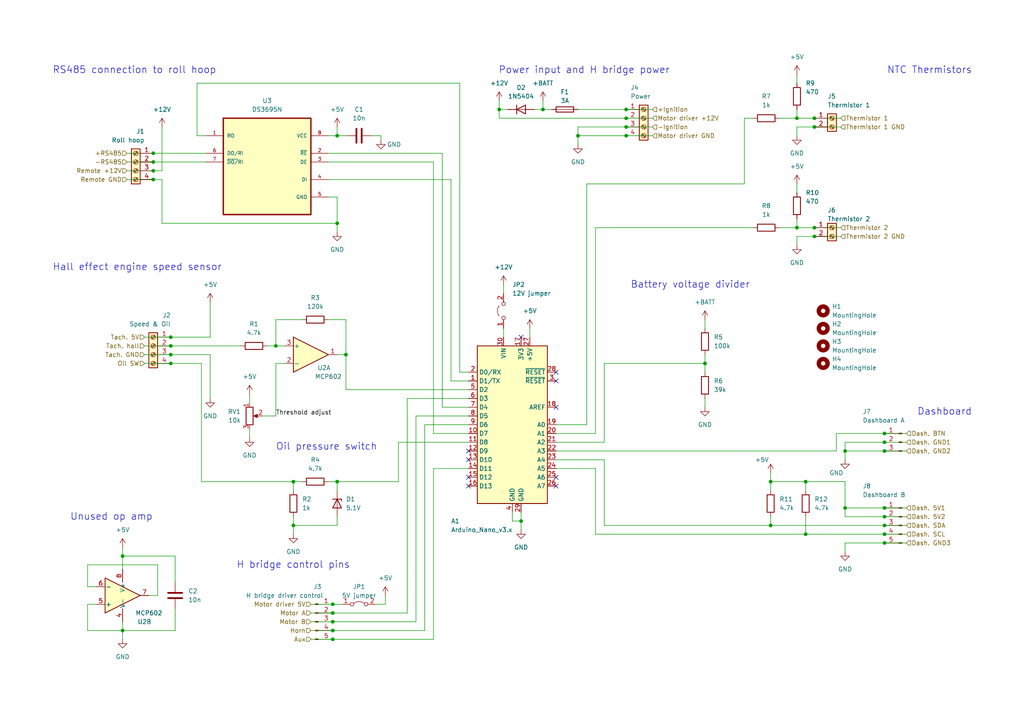
<source format=kicad_sch>
(kicad_sch (version 20230121) (generator eeschema)
  (paper "A4")
  (title_block (title " Tractor Engine Watchdog - Main PCB") (date "2023-12-28") (rev "1") (company "Jotham Gates") (comment 1 "https://github.com/jgOhYeah/TractorWatchdog") (comment 3 "should connect +VDC to the chassis and -VDC to the battery through the ignition switch.") (comment 4 "Note that the ground symbol represents 0V in this schematic. Positive earthed vehicles"))
  (lib_symbols
    (symbol "Amplifier_Operational:MCP602" (pin_names (offset 0.127))
      (property "Reference" "U" (at 0 5.08 0))
      (property "Value" "MCP602" (at 0 -5.08 0))
      (symbol "MCP602_1_1"
        (polyline (pts (xy -5.08 5.08) (xy 5.08 0) (xy -5.08 -5.08) (xy -5.08 5.08)) (stroke (width 0.254)) (fill (type background)))
        (pin output line (at 7.62 0 180) (length 2.54) (name "~") (number "1"))
        (pin input line (at -7.62 -2.54 0) (length 2.54) (name "-") (number "2"))
        (pin input line (at -7.62 2.54 0) (length 2.54) (name "+") (number "3"))
      )
      (symbol "MCP602_2_1"
        (polyline (pts (xy -5.08 5.08) (xy 5.08 0) (xy -5.08 -5.08) (xy -5.08 5.08)) (stroke (width 0.254)) (fill (type background)))
        (pin input line (at -7.62 2.54 0) (length 2.54) (name "+") (number "5"))
        (pin input line (at -7.62 -2.54 0) (length 2.54) (name "-") (number "6"))
        (pin output line (at 7.62 0 180) (length 2.54) (name "~") (number "7"))
      )
      (symbol "MCP602_3_1"
        (pin power_in line (at -2.54 -7.62 90) (length 3.81) (name "V-") (number "4"))
        (pin power_in line (at -2.54 7.62 270) (length 3.81) (name "V+") (number "8"))
      )
    )
    (symbol "Connector:Conn_01x03_Pin" (pin_names (offset 1.016) hide)
      (property "Reference" "J" (at 0 5.08 0))
      (property "Value" "Conn_01x03_Pin" (at 0 -5.08 0))
      (symbol "Conn_01x03_Pin_1_1"
        (polyline (pts (xy 1.27 -2.54) (xy 0.8636 -2.54)) (stroke (width 0.1524)))
        (polyline (pts (xy 1.27 0) (xy 0.8636 0)) (stroke (width 0.1524)))
        (polyline (pts (xy 1.27 2.54) (xy 0.8636 2.54)) (stroke (width 0.1524)))
        (rectangle (start 0.8636 -2.413) (end 0 -2.667) (stroke (width 0.1524)) (fill (type outline)))
        (rectangle (start 0.8636 0.127) (end 0 -0.127) (stroke (width 0.1524)) (fill (type outline)))
        (rectangle (start 0.8636 2.667) (end 0 2.413) (stroke (width 0.1524)) (fill (type outline)))
        (pin passive line (at 5.08 2.54 180) (length 3.81) (name "Pin_1") (number "1"))
        (pin passive line (at 5.08 0 180) (length 3.81) (name "Pin_2") (number "2"))
        (pin passive line (at 5.08 -2.54 180) (length 3.81) (name "Pin_3") (number "3"))
      )
    )
    (symbol "Connector:Conn_01x05_Pin" (pin_names (offset 1.016) hide)
      (property "Reference" "J" (at 0 7.62 0))
      (property "Value" "Conn_01x05_Pin" (at 0 -7.62 0))
      (symbol "Conn_01x05_Pin_1_1"
        (polyline (pts (xy 1.27 -5.08) (xy 0.8636 -5.08)) (stroke (width 0.1524)))
        (polyline (pts (xy 1.27 -2.54) (xy 0.8636 -2.54)) (stroke (width 0.1524)))
        (polyline (pts (xy 1.27 0) (xy 0.8636 0)) (stroke (width 0.1524)))
        (polyline (pts (xy 1.27 2.54) (xy 0.8636 2.54)) (stroke (width 0.1524)))
        (polyline (pts (xy 1.27 5.08) (xy 0.8636 5.08)) (stroke (width 0.1524)))
        (rectangle (start 0.8636 -4.953) (end 0 -5.207) (stroke (width 0.1524)) (fill (type outline)))
        (rectangle (start 0.8636 -2.413) (end 0 -2.667) (stroke (width 0.1524)) (fill (type outline)))
        (rectangle (start 0.8636 0.127) (end 0 -0.127) (stroke (width 0.1524)) (fill (type outline)))
        (rectangle (start 0.8636 2.667) (end 0 2.413) (stroke (width 0.1524)) (fill (type outline)))
        (rectangle (start 0.8636 5.207) (end 0 4.953) (stroke (width 0.1524)) (fill (type outline)))
        (pin passive line (at 5.08 5.08 180) (length 3.81) (name "Pin_1") (number "1"))
        (pin passive line (at 5.08 2.54 180) (length 3.81) (name "Pin_2") (number "2"))
        (pin passive line (at 5.08 0 180) (length 3.81) (name "Pin_3") (number "3"))
        (pin passive line (at 5.08 -2.54 180) (length 3.81) (name "Pin_4") (number "4"))
        (pin passive line (at 5.08 -5.08 180) (length 3.81) (name "Pin_5") (number "5"))
      )
    )
    (symbol "Connector:Screw_Terminal_01x02" (pin_names (offset 1.016) hide)
      (property "Reference" "J" (at 0 2.54 0))
      (property "Value" "Screw_Terminal_01x02" (at 0 -5.08 0))
      (symbol "Screw_Terminal_01x02_1_1"
        (rectangle (start -1.27 1.27) (end 1.27 -3.81) (stroke (width 0.254)) (fill (type background)))
        (circle (center 0 -2.54) (radius 0.635) (stroke (width 0.1524)))
        (polyline (pts (xy -0.5334 -2.2098) (xy 0.3302 -3.048)) (stroke (width 0.1524)))
        (polyline (pts (xy -0.5334 0.3302) (xy 0.3302 -0.508)) (stroke (width 0.1524)))
        (polyline (pts (xy -0.3556 -2.032) (xy 0.508 -2.8702)) (stroke (width 0.1524)))
        (polyline (pts (xy -0.3556 0.508) (xy 0.508 -0.3302)) (stroke (width 0.1524)))
        (circle (center 0 0) (radius 0.635) (stroke (width 0.1524)))
        (pin passive line (at -5.08 0 0) (length 3.81) (name "Pin_1") (number "1"))
        (pin passive line (at -5.08 -2.54 0) (length 3.81) (name "Pin_2") (number "2"))
      )
    )
    (symbol "Connector:Screw_Terminal_01x04" (pin_names (offset 1.016) hide)
      (property "Reference" "J" (at 0 5.08 0))
      (property "Value" "Screw_Terminal_01x04" (at 0 -7.62 0))
      (symbol "Screw_Terminal_01x04_1_1"
        (rectangle (start -1.27 3.81) (end 1.27 -6.35) (stroke (width 0.254)) (fill (type background)))
        (circle (center 0 -5.08) (radius 0.635) (stroke (width 0.1524)))
        (circle (center 0 -2.54) (radius 0.635) (stroke (width 0.1524)))
        (polyline (pts (xy -0.5334 -4.7498) (xy 0.3302 -5.588)) (stroke (width 0.1524)))
        (polyline (pts (xy -0.5334 -2.2098) (xy 0.3302 -3.048)) (stroke (width 0.1524)))
        (polyline (pts (xy -0.5334 0.3302) (xy 0.3302 -0.508)) (stroke (width 0.1524)))
        (polyline (pts (xy -0.5334 2.8702) (xy 0.3302 2.032)) (stroke (width 0.1524)))
        (polyline (pts (xy -0.3556 -4.572) (xy 0.508 -5.4102)) (stroke (width 0.1524)))
        (polyline (pts (xy -0.3556 -2.032) (xy 0.508 -2.8702)) (stroke (width 0.1524)))
        (polyline (pts (xy -0.3556 0.508) (xy 0.508 -0.3302)) (stroke (width 0.1524)))
        (polyline (pts (xy -0.3556 3.048) (xy 0.508 2.2098)) (stroke (width 0.1524)))
        (circle (center 0 0) (radius 0.635) (stroke (width 0.1524)))
        (circle (center 0 2.54) (radius 0.635) (stroke (width 0.1524)))
        (pin passive line (at -5.08 2.54 0) (length 3.81) (name "Pin_1") (number "1"))
        (pin passive line (at -5.08 0 0) (length 3.81) (name "Pin_2") (number "2"))
        (pin passive line (at -5.08 -2.54 0) (length 3.81) (name "Pin_3") (number "3"))
        (pin passive line (at -5.08 -5.08 0) (length 3.81) (name "Pin_4") (number "4"))
      )
    )
    (symbol "DS3695N:DS3695N" (pin_names (offset 1.016))
      (property "Reference" "U" (at -5.08 11.5062 0))
      (property "Value" "DS3695N" (at -6.2992 -20.5994 0))
      (symbol "DS3695N_0_0"
        (rectangle (start -12.7 -17.78) (end 12.7 10.16) (stroke (width 0.4064)) (fill (type background)))
        (pin output line (at 17.78 5.08 180) (length 5.08) (name "RO") (number "1"))
        (pin input line (at -17.78 0 0) (length 5.08) (name "~{RE}") (number "2"))
        (pin input line (at -17.78 -2.54 0) (length 5.08) (name "DE") (number "3"))
        (pin input line (at -17.78 -7.62 0) (length 5.08) (name "DI") (number "4"))
        (pin passive line (at -17.78 -12.7 0) (length 5.08) (name "GND") (number "5"))
        (pin bidirectional line (at 17.78 0 180) (length 5.08) (name "DO/RI") (number "6"))
        (pin bidirectional line (at 17.78 -2.54 180) (length 5.08) (name "~{DO/}RI") (number "7"))
        (pin power_in line (at -17.78 5.08 0) (length 5.08) (name "VCC") (number "8"))
      )
    )
    (symbol "Device:C" (pin_numbers hide) (pin_names (offset 0.254))
      (property "Reference" "C" (at 0.635 2.54 0))
      (property "Value" "C" (at 0.635 -2.54 0))
      (symbol "C_0_1"
        (polyline (pts (xy -2.032 -0.762) (xy 2.032 -0.762)) (stroke (width 0.508)))
        (polyline (pts (xy -2.032 0.762) (xy 2.032 0.762)) (stroke (width 0.508)))
      )
      (symbol "C_1_1"
        (pin passive line (at 0 3.81 270) (length 2.794) (name "~") (number "1"))
        (pin passive line (at 0 -3.81 90) (length 2.794) (name "~") (number "2"))
      )
    )
    (symbol "Device:D_Zener" (pin_numbers hide) (pin_names (offset 1.016) hide)
      (property "Reference" "D" (at 0 2.54 0))
      (property "Value" "D_Zener" (at 0 -2.54 0))
      (symbol "D_Zener_0_1"
        (polyline (pts (xy 1.27 0) (xy -1.27 0)))
        (polyline (pts (xy -1.27 -1.27) (xy -1.27 1.27) (xy -0.762 1.27)) (stroke (width 0.254)))
        (polyline (pts (xy 1.27 -1.27) (xy 1.27 1.27) (xy -1.27 0) (xy 1.27 -1.27)) (stroke (width 0.254)))
      )
      (symbol "D_Zener_1_1"
        (pin passive line (at -3.81 0 0) (length 2.54) (name "K") (number "1"))
        (pin passive line (at 3.81 0 180) (length 2.54) (name "A") (number "2"))
      )
    )
    (symbol "Device:Fuse" (pin_numbers hide) (pin_names (offset 0))
      (property "Reference" "F" (at 2.032 0 90))
      (property "Value" "Fuse" (at -1.905 0 90))
      (symbol "Fuse_0_1"
        (rectangle (start -0.762 -2.54) (end 0.762 2.54) (stroke (width 0.254)))
        (polyline (pts (xy 0 2.54) (xy 0 -2.54)))
      )
      (symbol "Fuse_1_1"
        (pin passive line (at 0 3.81 270) (length 1.27) (name "~") (number "1"))
        (pin passive line (at 0 -3.81 90) (length 1.27) (name "~") (number "2"))
      )
    )
    (symbol "Device:R" (pin_numbers hide) (pin_names (offset 0))
      (property "Reference" "R" (at 2.032 0 90))
      (property "Value" "R" (at 0 0 90))
      (symbol "R_0_1"
        (rectangle (start -1.016 -2.54) (end 1.016 2.54) (stroke (width 0.254)))
      )
      (symbol "R_1_1"
        (pin passive line (at 0 3.81 270) (length 1.27) (name "~") (number "1"))
        (pin passive line (at 0 -3.81 90) (length 1.27) (name "~") (number "2"))
      )
    )
    (symbol "Device:R_Potentiometer" (pin_names (offset 1.016) hide)
      (property "Reference" "RV" (at -4.445 0 90))
      (property "Value" "R_Potentiometer" (at -2.54 0 90))
      (symbol "R_Potentiometer_0_1"
        (polyline (pts (xy 2.54 0) (xy 1.524 0)))
        (polyline (pts (xy 1.143 0) (xy 2.286 0.508) (xy 2.286 -0.508) (xy 1.143 0)) (fill (type outline)))
        (rectangle (start 1.016 2.54) (end -1.016 -2.54) (stroke (width 0.254)))
      )
      (symbol "R_Potentiometer_1_1"
        (pin passive line (at 0 3.81 270) (length 1.27) (name "1") (number "1"))
        (pin passive line (at 3.81 0 180) (length 1.27) (name "2") (number "2"))
        (pin passive line (at 0 -3.81 90) (length 1.27) (name "3") (number "3"))
      )
    )
    (symbol "Diode:1N5404" (pin_numbers hide) (pin_names hide)
      (property "Reference" "D" (at 0 2.54 0))
      (property "Value" "1N5404" (at 0 -2.54 0))
      (symbol "1N5404_0_1"
        (polyline (pts (xy -1.27 1.27) (xy -1.27 -1.27)) (stroke (width 0.254)))
        (polyline (pts (xy 1.27 0) (xy -1.27 0)))
        (polyline (pts (xy 1.27 1.27) (xy 1.27 -1.27) (xy -1.27 0) (xy 1.27 1.27)) (stroke (width 0.254)))
      )
      (symbol "1N5404_1_1"
        (pin passive line (at -3.81 0 0) (length 2.54) (name "K") (number "1"))
        (pin passive line (at 3.81 0 180) (length 2.54) (name "A") (number "2"))
      )
    )
    (symbol "Jumper:Jumper_2_Bridged" (pin_names (offset 0) hide)
      (property "Reference" "JP" (at 0 1.905 0))
      (property "Value" "Jumper_2_Bridged" (at 0 -2.54 0))
      (symbol "Jumper_2_Bridged_0_0"
        (circle (center -2.032 0) (radius 0.508))
        (circle (center 2.032 0) (radius 0.508))
      )
      (symbol "Jumper_2_Bridged_0_1"
        (arc (start 1.524 0.254) (mid 0 0.762) (end -1.524 0.254))
      )
      (symbol "Jumper_2_Bridged_1_1"
        (pin passive line (at -5.08 0 0) (length 2.54) (name "A") (number "1"))
        (pin passive line (at 5.08 0 180) (length 2.54) (name "B") (number "2"))
      )
    )
    (symbol "Jumper:Jumper_2_Open" (pin_names (offset 0) hide)
      (property "Reference" "JP" (at 0 2.794 0))
      (property "Value" "Jumper_2_Open" (at 0 -2.286 0))
      (symbol "Jumper_2_Open_0_0"
        (circle (center -2.032 0) (radius 0.508))
        (circle (center 2.032 0) (radius 0.508))
      )
      (symbol "Jumper_2_Open_0_1"
        (arc (start 1.524 1.27) (mid 0 1.778) (end -1.524 1.27))
      )
      (symbol "Jumper_2_Open_1_1"
        (pin passive line (at -5.08 0 0) (length 2.54) (name "A") (number "1"))
        (pin passive line (at 5.08 0 180) (length 2.54) (name "B") (number "2"))
      )
    )
    (symbol "MCU_Module:Arduino_Nano_v3.x"
      (property "Reference" "A" (at -10.16 23.495 0))
      (property "Value" "Arduino_Nano_v3.x" (at 5.08 -24.13 0))
      (symbol "Arduino_Nano_v3.x_0_1"
        (rectangle (start -10.16 22.86) (end 10.16 -22.86) (stroke (width 0.254)) (fill (type background)))
      )
      (symbol "Arduino_Nano_v3.x_1_1"
        (pin bidirectional line (at -12.7 12.7 0) (length 2.54) (name "D1/TX") (number "1"))
        (pin bidirectional line (at -12.7 -2.54 0) (length 2.54) (name "D7") (number "10"))
        (pin bidirectional line (at -12.7 -5.08 0) (length 2.54) (name "D8") (number "11"))
        (pin bidirectional line (at -12.7 -7.62 0) (length 2.54) (name "D9") (number "12"))
        (pin bidirectional line (at -12.7 -10.16 0) (length 2.54) (name "D10") (number "13"))
        (pin bidirectional line (at -12.7 -12.7 0) (length 2.54) (name "D11") (number "14"))
        (pin bidirectional line (at -12.7 -15.24 0) (length 2.54) (name "D12") (number "15"))
        (pin bidirectional line (at -12.7 -17.78 0) (length 2.54) (name "D13") (number "16"))
        (pin power_out line (at 2.54 25.4 270) (length 2.54) (name "3V3") (number "17"))
        (pin input line (at 12.7 5.08 180) (length 2.54) (name "AREF") (number "18"))
        (pin bidirectional line (at 12.7 0 180) (length 2.54) (name "A0") (number "19"))
        (pin bidirectional line (at -12.7 15.24 0) (length 2.54) (name "D0/RX") (number "2"))
        (pin bidirectional line (at 12.7 -2.54 180) (length 2.54) (name "A1") (number "20"))
        (pin bidirectional line (at 12.7 -5.08 180) (length 2.54) (name "A2") (number "21"))
        (pin bidirectional line (at 12.7 -7.62 180) (length 2.54) (name "A3") (number "22"))
        (pin bidirectional line (at 12.7 -10.16 180) (length 2.54) (name "A4") (number "23"))
        (pin bidirectional line (at 12.7 -12.7 180) (length 2.54) (name "A5") (number "24"))
        (pin bidirectional line (at 12.7 -15.24 180) (length 2.54) (name "A6") (number "25"))
        (pin bidirectional line (at 12.7 -17.78 180) (length 2.54) (name "A7") (number "26"))
        (pin power_out line (at 5.08 25.4 270) (length 2.54) (name "+5V") (number "27"))
        (pin input line (at 12.7 15.24 180) (length 2.54) (name "~{RESET}") (number "28"))
        (pin power_in line (at 2.54 -25.4 90) (length 2.54) (name "GND") (number "29"))
        (pin input line (at 12.7 12.7 180) (length 2.54) (name "~{RESET}") (number "3"))
        (pin power_in line (at -2.54 25.4 270) (length 2.54) (name "VIN") (number "30"))
        (pin power_in line (at 0 -25.4 90) (length 2.54) (name "GND") (number "4"))
        (pin bidirectional line (at -12.7 10.16 0) (length 2.54) (name "D2") (number "5"))
        (pin bidirectional line (at -12.7 7.62 0) (length 2.54) (name "D3") (number "6"))
        (pin bidirectional line (at -12.7 5.08 0) (length 2.54) (name "D4") (number "7"))
        (pin bidirectional line (at -12.7 2.54 0) (length 2.54) (name "D5") (number "8"))
        (pin bidirectional line (at -12.7 0 0) (length 2.54) (name "D6") (number "9"))
      )
    )
    (symbol "Mechanical:MountingHole" (pin_names (offset 1.016))
      (property "Reference" "H" (at 0 5.08 0))
      (property "Value" "MountingHole" (at 0 3.175 0))
      (symbol "MountingHole_0_1"
        (circle (center 0 0) (radius 1.27) (stroke (width 1.27)))
      )
    )
    (symbol "power:+12V" (power) (pin_names (offset 0))
      (property "Value" "+12V" (at 0 3.556 0))
      (symbol "+12V_0_1"
        (polyline (pts (xy -0.762 1.27) (xy 0 2.54)))
        (polyline (pts (xy 0 0) (xy 0 2.54)))
        (polyline (pts (xy 0 2.54) (xy 0.762 1.27)))
      )
      (symbol "+12V_1_1"
        (pin power_in line (at 0 0 90) (length 0) hide (name "+12V") (number "1"))
      )
    )
    (symbol "power:+5V" (power) (pin_names (offset 0))
      (property "Value" "+5V" (at 0 3.556 0))
      (symbol "+5V_0_1"
        (polyline (pts (xy -0.762 1.27) (xy 0 2.54)))
        (polyline (pts (xy 0 0) (xy 0 2.54)))
        (polyline (pts (xy 0 2.54) (xy 0.762 1.27)))
      )
      (symbol "+5V_1_1"
        (pin power_in line (at 0 0 90) (length 0) hide (name "+5V") (number "1"))
      )
    )
    (symbol "power:+BATT" (power) (pin_names (offset 0))
      (property "Value" "+BATT" (at 0 3.556 0))
      (symbol "+BATT_0_1"
        (polyline (pts (xy -0.762 1.27) (xy 0 2.54)))
        (polyline (pts (xy 0 0) (xy 0 2.54)))
        (polyline (pts (xy 0 2.54) (xy 0.762 1.27)))
      )
      (symbol "+BATT_1_1"
        (pin power_in line (at 0 0 90) (length 0) hide (name "+BATT") (number "1"))
      )
    )
    (symbol "power:GND" (power) (pin_names (offset 0))
      (property "Value" "GND" (at 0 -3.81 0))
      (symbol "GND_0_1"
        (polyline (pts (xy 0 0) (xy 0 -1.27) (xy 1.27 -1.27) (xy 0 -2.54) (xy -1.27 -1.27) (xy 0 -1.27)))
      )
      (symbol "GND_1_1"
        (pin power_in line (at 0 0 270) (length 0) hide (name "GND") (number "1"))
      )
    )
  )
  (junction (at 49.53 100.33))
  (junction (at 256.54 128.27))
  (junction (at 85.09 139.7))
  (junction (at 236.22 36.83))
  (junction (at 223.52 139.7))
  (junction (at 49.53 102.87))
  (junction (at 256.54 149.86))
  (junction (at 181.61 36.83))
  (junction (at 80.01 100.33))
  (junction (at 181.61 39.37))
  (junction (at 97.79 139.7))
  (junction (at 96.52 177.8))
  (junction (at 96.52 182.88))
  (junction (at 49.53 105.41))
  (junction (at 245.11 147.32))
  (junction (at 96.52 185.42))
  (junction (at 231.14 34.29))
  (junction (at 223.52 152.4))
  (junction (at 97.79 39.37))
  (junction (at 44.45 49.53))
  (junction (at 181.61 31.75))
  (junction (at 144.78 31.75))
  (junction (at 151.13 151.13))
  (junction (at 157.48 31.75))
  (junction (at 256.54 154.94))
  (junction (at 97.79 64.77))
  (junction (at 85.09 152.4))
  (junction (at 256.54 130.81))
  (junction (at 256.54 147.32))
  (junction (at 44.45 44.45))
  (junction (at 245.11 130.81))
  (junction (at 167.64 39.37))
  (junction (at 35.56 182.88))
  (junction (at 44.45 52.07))
  (junction (at 96.52 175.26))
  (junction (at 100.33 102.87))
  (junction (at 35.56 161.29))
  (junction (at 256.54 152.4))
  (junction (at 233.68 154.94))
  (junction (at 236.22 66.04))
  (junction (at 44.45 46.99))
  (junction (at 204.47 105.41))
  (junction (at 181.61 34.29))
  (junction (at 49.53 97.79))
  (junction (at 236.22 68.58))
  (junction (at 233.68 139.7))
  (junction (at 256.54 157.48))
  (junction (at 96.52 180.34))
  (junction (at 236.22 34.29))
  (junction (at 256.54 125.73))
  (junction (at 231.14 66.04))
  (no_connect (at 161.29 110.49))
  (no_connect (at 161.29 138.43))
  (no_connect (at 161.29 107.95))
  (no_connect (at 135.89 138.43))
  (no_connect (at 135.89 130.81))
  (no_connect (at 151.13 97.79))
  (no_connect (at 135.89 133.35))
  (no_connect (at 135.89 140.97))
  (no_connect (at 161.29 140.97))
  (no_connect (at 161.29 118.11))
  (wire (pts (xy 204.47 92.71) (xy 204.47 95.25)))
  (wire (pts (xy 231.14 36.83) (xy 231.14 39.37)))
  (wire (pts (xy 231.14 21.59) (xy 231.14 24.13)))
  (wire (pts (xy 97.79 39.37) (xy 95.25 39.37)))
  (wire (pts (xy 85.09 152.4) (xy 85.09 149.86)))
  (wire (pts (xy 256.54 154.94) (xy 262.89 154.94)))
  (wire (pts (xy 256.54 128.27) (xy 245.11 128.27)))
  (wire (pts (xy 100.33 113.03) (xy 135.89 113.03)))
  (wire (pts (xy 226.06 66.04) (xy 231.14 66.04)))
  (wire (pts (xy 172.72 125.73) (xy 161.29 125.73)))
  (wire (pts (xy 97.79 64.77) (xy 97.79 57.15)))
  (wire (pts (xy 97.79 57.15) (xy 95.25 57.15)))
  (wire (pts (xy 128.27 118.11) (xy 128.27 44.45)))
  (wire (pts (xy 46.99 36.83) (xy 46.99 49.53)))
  (wire (pts (xy 135.89 110.49) (xy 130.81 110.49)))
  (wire (pts (xy 144.78 34.29) (xy 144.78 31.75)))
  (wire (pts (xy 97.79 139.7) (xy 97.79 142.24)))
  (wire (pts (xy 49.53 102.87) (xy 60.96 102.87)))
  (wire (pts (xy 167.64 36.83) (xy 167.64 39.37)))
  (wire (pts (xy 154.94 31.75) (xy 157.48 31.75)))
  (wire (pts (xy 120.65 120.65) (xy 135.89 120.65)))
  (wire (pts (xy 170.18 53.34) (xy 215.9 53.34)))
  (wire (pts (xy 36.83 49.53) (xy 44.45 49.53)))
  (wire (pts (xy 80.01 92.71) (xy 87.63 92.71)))
  (wire (pts (xy 181.61 36.83) (xy 189.23 36.83)))
  (wire (pts (xy 57.15 24.13) (xy 57.15 39.37)))
  (wire (pts (xy 90.17 182.88) (xy 96.52 182.88)))
  (wire (pts (xy 226.06 34.29) (xy 231.14 34.29)))
  (wire (pts (xy 172.72 66.04) (xy 218.44 66.04)))
  (wire (pts (xy 144.78 31.75) (xy 147.32 31.75)))
  (wire (pts (xy 90.17 175.26) (xy 96.52 175.26)))
  (wire (pts (xy 45.72 163.83) (xy 45.72 172.72)))
  (wire (pts (xy 120.65 180.34) (xy 120.65 120.65)))
  (wire (pts (xy 35.56 180.34) (xy 35.56 182.88)))
  (wire (pts (xy 49.53 105.41) (xy 58.42 105.41)))
  (wire (pts (xy 133.35 107.95) (xy 133.35 24.13)))
  (wire (pts (xy 144.78 29.21) (xy 144.78 31.75)))
  (wire (pts (xy 157.48 31.75) (xy 160.02 31.75)))
  (wire (pts (xy 144.78 34.29) (xy 181.61 34.29)))
  (wire (pts (xy 161.29 135.89) (xy 172.72 135.89)))
  (wire (pts (xy 256.54 149.86) (xy 262.89 149.86)))
  (wire (pts (xy 175.26 105.41) (xy 175.26 128.27)))
  (wire (pts (xy 245.11 139.7) (xy 245.11 147.32)))
  (wire (pts (xy 125.73 125.73) (xy 125.73 46.99)))
  (wire (pts (xy 245.11 149.86) (xy 245.11 147.32)))
  (wire (pts (xy 167.64 31.75) (xy 181.61 31.75)))
  (wire (pts (xy 44.45 46.99) (xy 59.69 46.99)))
  (wire (pts (xy 245.11 130.81) (xy 256.54 130.81)))
  (wire (pts (xy 175.26 152.4) (xy 175.26 133.35)))
  (wire (pts (xy 100.33 102.87) (xy 97.79 102.87)))
  (wire (pts (xy 96.52 177.8) (xy 118.11 177.8)))
  (wire (pts (xy 215.9 53.34) (xy 215.9 34.29)))
  (wire (pts (xy 25.4 175.26) (xy 27.94 175.26)))
  (wire (pts (xy 256.54 147.32) (xy 262.89 147.32)))
  (wire (pts (xy 36.83 46.99) (xy 44.45 46.99)))
  (wire (pts (xy 231.14 66.04) (xy 236.22 66.04)))
  (wire (pts (xy 27.94 170.18) (xy 25.4 170.18)))
  (wire (pts (xy 115.57 128.27) (xy 135.89 128.27)))
  (wire (pts (xy 256.54 157.48) (xy 262.89 157.48)))
  (wire (pts (xy 110.49 39.37) (xy 107.95 39.37)))
  (wire (pts (xy 80.01 92.71) (xy 80.01 100.33)))
  (wire (pts (xy 72.39 124.46) (xy 72.39 127)))
  (wire (pts (xy 25.4 170.18) (xy 25.4 163.83)))
  (wire (pts (xy 181.61 39.37) (xy 167.64 39.37)))
  (wire (pts (xy 46.99 52.07) (xy 46.99 64.77)))
  (wire (pts (xy 236.22 66.04) (xy 243.84 66.04)))
  (wire (pts (xy 256.54 157.48) (xy 245.11 157.48)))
  (wire (pts (xy 130.81 110.49) (xy 130.81 52.07)))
  (wire (pts (xy 167.64 39.37) (xy 167.64 41.91)))
  (wire (pts (xy 128.27 44.45) (xy 95.25 44.45)))
  (wire (pts (xy 245.11 130.81) (xy 245.11 133.35)))
  (wire (pts (xy 36.83 44.45) (xy 44.45 44.45)))
  (wire (pts (xy 36.83 52.07) (xy 44.45 52.07)))
  (wire (pts (xy 236.22 68.58) (xy 243.84 68.58)))
  (wire (pts (xy 50.8 168.91) (xy 50.8 161.29)))
  (wire (pts (xy 231.14 68.58) (xy 231.14 71.12)))
  (wire (pts (xy 172.72 154.94) (xy 233.68 154.94)))
  (wire (pts (xy 82.55 105.41) (xy 80.01 105.41)))
  (wire (pts (xy 223.52 152.4) (xy 256.54 152.4)))
  (wire (pts (xy 256.54 125.73) (xy 242.57 125.73)))
  (wire (pts (xy 161.29 128.27) (xy 175.26 128.27)))
  (wire (pts (xy 233.68 139.7) (xy 233.68 142.24)))
  (wire (pts (xy 172.72 154.94) (xy 172.72 135.89)))
  (wire (pts (xy 97.79 64.77) (xy 97.79 67.31)))
  (wire (pts (xy 181.61 31.75) (xy 189.23 31.75)))
  (wire (pts (xy 181.61 34.29) (xy 189.23 34.29)))
  (wire (pts (xy 223.52 137.16) (xy 223.52 139.7)))
  (wire (pts (xy 223.52 139.7) (xy 233.68 139.7)))
  (wire (pts (xy 256.54 152.4) (xy 262.89 152.4)))
  (wire (pts (xy 146.05 82.55) (xy 146.05 85.09)))
  (wire (pts (xy 50.8 182.88) (xy 35.56 182.88)))
  (wire (pts (xy 204.47 115.57) (xy 204.47 118.11)))
  (wire (pts (xy 130.81 52.07) (xy 95.25 52.07)))
  (wire (pts (xy 25.4 182.88) (xy 35.56 182.88)))
  (wire (pts (xy 96.52 175.26) (xy 99.06 175.26)))
  (wire (pts (xy 100.33 102.87) (xy 100.33 113.03)))
  (wire (pts (xy 245.11 157.48) (xy 245.11 160.02)))
  (wire (pts (xy 97.79 149.86) (xy 97.79 152.4)))
  (wire (pts (xy 97.79 152.4) (xy 85.09 152.4)))
  (wire (pts (xy 231.14 53.34) (xy 231.14 55.88)))
  (wire (pts (xy 35.56 185.42) (xy 35.56 182.88)))
  (wire (pts (xy 44.45 44.45) (xy 59.69 44.45)))
  (wire (pts (xy 111.76 175.26) (xy 111.76 172.72)))
  (wire (pts (xy 231.14 63.5) (xy 231.14 66.04)))
  (wire (pts (xy 133.35 24.13) (xy 57.15 24.13)))
  (wire (pts (xy 125.73 135.89) (xy 135.89 135.89)))
  (wire (pts (xy 90.17 180.34) (xy 96.52 180.34)))
  (wire (pts (xy 125.73 185.42) (xy 125.73 135.89)))
  (wire (pts (xy 90.17 185.42) (xy 96.52 185.42)))
  (wire (pts (xy 82.55 100.33) (xy 80.01 100.33)))
  (wire (pts (xy 172.72 66.04) (xy 172.72 125.73)))
  (wire (pts (xy 135.89 107.95) (xy 133.35 107.95)))
  (wire (pts (xy 110.49 40.64) (xy 110.49 39.37)))
  (wire (pts (xy 256.54 128.27) (xy 262.89 128.27)))
  (wire (pts (xy 97.79 36.83) (xy 97.79 39.37)))
  (wire (pts (xy 41.91 100.33) (xy 49.53 100.33)))
  (wire (pts (xy 231.14 34.29) (xy 236.22 34.29)))
  (wire (pts (xy 44.45 52.07) (xy 46.99 52.07)))
  (wire (pts (xy 50.8 161.29) (xy 35.56 161.29)))
  (wire (pts (xy 148.59 148.59) (xy 148.59 151.13)))
  (wire (pts (xy 236.22 36.83) (xy 231.14 36.83)))
  (wire (pts (xy 95.25 139.7) (xy 97.79 139.7)))
  (wire (pts (xy 181.61 39.37) (xy 189.23 39.37)))
  (wire (pts (xy 123.19 123.19) (xy 135.89 123.19)))
  (wire (pts (xy 223.52 142.24) (xy 223.52 139.7)))
  (wire (pts (xy 118.11 177.8) (xy 118.11 115.57)))
  (wire (pts (xy 245.11 147.32) (xy 256.54 147.32)))
  (wire (pts (xy 153.67 95.25) (xy 153.67 97.79)))
  (wire (pts (xy 161.29 123.19) (xy 170.18 123.19)))
  (wire (pts (xy 90.17 177.8) (xy 96.52 177.8)))
  (wire (pts (xy 236.22 36.83) (xy 243.84 36.83)))
  (wire (pts (xy 100.33 92.71) (xy 100.33 102.87)))
  (wire (pts (xy 115.57 139.7) (xy 97.79 139.7)))
  (wire (pts (xy 256.54 125.73) (xy 262.89 125.73)))
  (wire (pts (xy 95.25 92.71) (xy 100.33 92.71)))
  (wire (pts (xy 146.05 95.25) (xy 146.05 97.79)))
  (wire (pts (xy 236.22 68.58) (xy 231.14 68.58)))
  (wire (pts (xy 125.73 46.99) (xy 95.25 46.99)))
  (wire (pts (xy 85.09 139.7) (xy 87.63 139.7)))
  (wire (pts (xy 58.42 139.7) (xy 85.09 139.7)))
  (wire (pts (xy 96.52 182.88) (xy 123.19 182.88)))
  (wire (pts (xy 233.68 149.86) (xy 233.68 154.94)))
  (wire (pts (xy 72.39 114.3) (xy 72.39 116.84)))
  (wire (pts (xy 151.13 151.13) (xy 151.13 153.67)))
  (wire (pts (xy 49.53 97.79) (xy 60.96 97.79)))
  (wire (pts (xy 175.26 133.35) (xy 161.29 133.35)))
  (wire (pts (xy 44.45 49.53) (xy 46.99 49.53)))
  (wire (pts (xy 223.52 149.86) (xy 223.52 152.4)))
  (wire (pts (xy 204.47 105.41) (xy 204.47 107.95)))
  (wire (pts (xy 80.01 105.41) (xy 80.01 120.65)))
  (wire (pts (xy 118.11 115.57) (xy 135.89 115.57)))
  (wire (pts (xy 58.42 105.41) (xy 58.42 139.7)))
  (wire (pts (xy 41.91 97.79) (xy 49.53 97.79)))
  (wire (pts (xy 242.57 125.73) (xy 242.57 130.81)))
  (wire (pts (xy 128.27 118.11) (xy 135.89 118.11)))
  (wire (pts (xy 97.79 39.37) (xy 100.33 39.37)))
  (wire (pts (xy 35.56 158.75) (xy 35.56 161.29)))
  (wire (pts (xy 85.09 152.4) (xy 85.09 154.94)))
  (wire (pts (xy 151.13 148.59) (xy 151.13 151.13)))
  (wire (pts (xy 204.47 102.87) (xy 204.47 105.41)))
  (wire (pts (xy 215.9 34.29) (xy 218.44 34.29)))
  (wire (pts (xy 148.59 151.13) (xy 151.13 151.13)))
  (wire (pts (xy 25.4 175.26) (xy 25.4 182.88)))
  (wire (pts (xy 245.11 128.27) (xy 245.11 130.81)))
  (wire (pts (xy 175.26 105.41) (xy 204.47 105.41)))
  (wire (pts (xy 123.19 182.88) (xy 123.19 123.19)))
  (wire (pts (xy 57.15 39.37) (xy 59.69 39.37)))
  (wire (pts (xy 256.54 130.81) (xy 262.89 130.81)))
  (wire (pts (xy 46.99 64.77) (xy 97.79 64.77)))
  (wire (pts (xy 125.73 125.73) (xy 135.89 125.73)))
  (wire (pts (xy 35.56 161.29) (xy 35.56 165.1)))
  (wire (pts (xy 96.52 180.34) (xy 120.65 180.34)))
  (wire (pts (xy 41.91 102.87) (xy 49.53 102.87)))
  (wire (pts (xy 96.52 185.42) (xy 125.73 185.42)))
  (wire (pts (xy 115.57 128.27) (xy 115.57 139.7)))
  (wire (pts (xy 49.53 100.33) (xy 69.85 100.33)))
  (wire (pts (xy 109.22 175.26) (xy 111.76 175.26)))
  (wire (pts (xy 50.8 176.53) (xy 50.8 182.88)))
  (wire (pts (xy 60.96 102.87) (xy 60.96 115.57)))
  (wire (pts (xy 41.91 105.41) (xy 49.53 105.41)))
  (wire (pts (xy 170.18 53.34) (xy 170.18 123.19)))
  (wire (pts (xy 45.72 172.72) (xy 43.18 172.72)))
  (wire (pts (xy 233.68 139.7) (xy 245.11 139.7)))
  (wire (pts (xy 256.54 149.86) (xy 245.11 149.86)))
  (wire (pts (xy 161.29 130.81) (xy 242.57 130.81)))
  (wire (pts (xy 175.26 152.4) (xy 223.52 152.4)))
  (wire (pts (xy 236.22 34.29) (xy 243.84 34.29)))
  (wire (pts (xy 85.09 139.7) (xy 85.09 142.24)))
  (wire (pts (xy 231.14 31.75) (xy 231.14 34.29)))
  (wire (pts (xy 60.96 87.63) (xy 60.96 97.79)))
  (wire (pts (xy 233.68 154.94) (xy 256.54 154.94)))
  (wire (pts (xy 77.47 100.33) (xy 80.01 100.33)))
  (wire (pts (xy 25.4 163.83) (xy 45.72 163.83)))
  (wire (pts (xy 80.01 120.65) (xy 76.2 120.65)))
  (wire (pts (xy 157.48 29.21) (xy 157.48 31.75)))
  (wire (pts (xy 181.61 36.83) (xy 167.64 36.83)))
  (text "Hall effect engine speed sensor" (at 15.24 78.74 0) (effects (font (size 2 2)) (justify left bottom)))
  (text "Oil pressure switch" (at 80.01 130.81 0) (effects (font (size 2 2)) (justify left bottom)))
  (text "Battery voltage divider" (at 182.88 83.82 0) (effects (font (size 2 2)) (justify left bottom)))
  (text "H bridge control pins" (at 68.58 165.1 0) (effects (font (size 2 2)) (justify left bottom)))
  (text "NTC Thermistors" (at 281.94 21.59 0) (effects (font (size 2 2)) (justify right bottom)))
  (text "RS485 connection to roll hoop" (at 15.24 21.59 0) (effects (font (size 2 2)) (justify left bottom)))
  (text "Dashboard" (at 281.94 120.65 0) (effects (font (size 2 2)) (justify right bottom)))
  (text "Unused op amp" (at 20.32 151.13 0) (effects (font (size 2 2)) (justify left bottom)))
  (text "Power input and H bridge power" (at 194.31 21.59 0) (effects (font (size 2 2)) (justify right bottom)))
  (label "Threshold adjust" (at 80.01 120.65 0))
  (hierarchical_label "Motor B" (shape input) (at 90.17 180.34 180))
  (hierarchical_label "Motor driver GND" (shape input) (at 189.23 39.37 0))
  (hierarchical_label "Remote +12V" (shape input) (at 36.83 49.53 180))
  (hierarchical_label "Dash. 5V2" (shape input) (at 262.89 149.86 0))
  (hierarchical_label "-Ignition" (shape input) (at 189.23 36.83 0))
  (hierarchical_label "Thermistor 1 GND" (shape input) (at 243.84 36.83 0))
  (hierarchical_label "-RS485" (shape input) (at 36.83 46.99 180))
  (hierarchical_label "Dash. 5V1" (shape input) (at 262.89 147.32 0))
  (hierarchical_label "Oil SW" (shape input) (at 41.91 105.41 180))
  (hierarchical_label "Remote GND" (shape input) (at 36.83 52.07 180))
  (hierarchical_label "Thermistor 1" (shape input) (at 243.84 34.29 0))
  (hierarchical_label "Dash. GND1" (shape input) (at 262.89 128.27 0))
  (hierarchical_label "Thermistor 2 GND" (shape input) (at 243.84 68.58 0))
  (hierarchical_label "Dash. SDA" (shape input) (at 262.89 152.4 0))
  (hierarchical_label "Dash, GND2" (shape input) (at 262.89 130.81 0))
  (hierarchical_label "Horn" (shape input) (at 90.17 182.88 180))
  (hierarchical_label "Motor driver 5V" (shape input) (at 90.17 175.26 180))
  (hierarchical_label "Tach. GND" (shape input) (at 41.91 102.87 180))
  (hierarchical_label "Tach. 5V" (shape input) (at 41.91 97.79 180))
  (hierarchical_label "Motor A" (shape input) (at 90.17 177.8 180))
  (hierarchical_label "Motor driver +12V" (shape input) (at 189.23 34.29 0))
  (hierarchical_label "Thermistor 2" (shape input) (at 243.84 66.04 0))
  (hierarchical_label "Dash. GND3" (shape input) (at 262.89 157.48 0))
  (hierarchical_label "Tach. hall" (shape input) (at 41.91 100.33 180))
  (hierarchical_label "+RS485" (shape input) (at 36.83 44.45 180))
  (hierarchical_label "Aux" (shape input) (at 90.17 185.42 180))
  (hierarchical_label "Dash. BTN" (shape input) (at 262.89 125.73 0))
  (hierarchical_label "Dash. SCL" (shape input) (at 262.89 154.94 0))
  (hierarchical_label "+Ignition" (shape input) (at 189.23 31.75 0))
  (symbol (lib_id "power:GND") (at 72.39 127 0) (unit 1)
    (property "Reference" "#PWR07" (effects hide))
    (property "Value" "GND" (at 72.39 132.08 0))
  )
  (symbol (lib_id "Amplifier_Operational:MCP602") (at 90.17 102.87 0) (unit 1)
    (property "Reference" "U2" (at 93.98 106.68 0))
    (property "Value" "MCP602" (at 95.25 109.22 0))
    (property "Footprint" "Package_DIP:DIP-8_W7.62mm_Socket_LongPads" (effects hide))
    (property "Datasheet" "http://ww1.microchip.com/downloads/en/DeviceDoc/21314g.pdf" (effects hide))
  )
  (symbol (lib_id "MCU_Module:Arduino_Nano_v3.x") (at 148.59 123.19 0) (unit 1)
    (property "Reference" "A1" (at 130.81 151.13 0) (effects (justify left)))
    (property "Value" "Arduino_Nano_v3.x" (at 130.81 153.67 0) (effects (justify left)))
    (property "Footprint" "Module:Arduino_Nano" (effects hide))
    (property "Datasheet" "http://www.mouser.com/pdfdocs/Gravitech_Arduino_Nano3_0.pdf" (effects hide))
  )
  (symbol (lib_id "Device:R") (at 91.44 139.7 90) (unit 1)
    (property "Reference" "R4" (at 91.44 133.35 90))
    (property "Value" "4.7k" (at 91.44 135.89 90))
    (property "Footprint" "Resistor_THT:R_Axial_DIN0207_L6.3mm_D2.5mm_P7.62mm_Horizontal" (effects hide))
  )
  (symbol (lib_id "Device:R") (at 222.25 34.29 90) (unit 1)
    (property "Reference" "R7" (at 222.25 27.94 90))
    (property "Value" "1k" (at 222.25 30.48 90))
    (property "Footprint" "Resistor_THT:R_Axial_DIN0207_L6.3mm_D2.5mm_P7.62mm_Horizontal" (effects hide))
  )
  (symbol (lib_id "Mechanical:MountingHole") (at 238.76 90.17 0) (unit 1)
    (property "Reference" "H1" (at 241.3 88.9 0) (effects (justify left)))
    (property "Value" "MountingHole" (at 241.3 91.44 0) (effects (justify left)))
    (property "Footprint" "MountingHole:MountingHole_3.2mm_M3_Pad" (effects hide))
  )
  (symbol (lib_id "Jumper:Jumper_2_Open") (at 146.05 90.17 90) (unit 1)
    (property "Reference" "JP2" (at 148.59 82.55 90) (effects (justify right)))
    (property "Value" "12V jumper" (at 148.59 85.09 90) (effects (justify right)))
    (property "Footprint" "Connector_PinSocket_2.54mm:PinSocket_1x02_P2.54mm_Vertical" (effects hide))
  )
  (symbol (lib_id "power:+12V") (at 46.99 36.83 0) (unit 1)
    (property "Reference" "#PWR03" (effects hide))
    (property "Value" "+12V" (at 46.99 31.75 0))
  )
  (symbol (lib_id "Device:R") (at 204.47 111.76 0) (unit 1)
    (property "Reference" "R6" (at 207.01 110.49 0) (effects (justify left)))
    (property "Value" "39k" (at 207.01 113.03 0) (effects (justify left)))
    (property "Footprint" "Resistor_THT:R_Axial_DIN0207_L6.3mm_D2.5mm_P7.62mm_Horizontal" (effects hide))
  )
  (symbol (lib_id "Device:R") (at 223.52 146.05 0) (unit 1)
    (property "Reference" "R11" (at 226.06 144.78 0) (effects (justify left)))
    (property "Value" "4.7k" (at 226.06 147.32 0) (effects (justify left)))
    (property "Footprint" "Resistor_THT:R_Axial_DIN0207_L6.3mm_D2.5mm_P7.62mm_Horizontal" (effects hide))
  )
  (symbol (lib_id "Device:R") (at 73.66 100.33 270) (unit 1)
    (property "Reference" "R1" (at 73.66 93.98 90))
    (property "Value" "4.7k" (at 73.66 96.52 90))
    (property "Footprint" "Resistor_THT:R_Axial_DIN0207_L6.3mm_D2.5mm_P7.62mm_Horizontal" (effects hide))
  )
  (symbol (lib_id "Connector:Screw_Terminal_01x04") (at 44.45 100.33 0) (mirror y) (unit 1)
    (property "Reference" "J2" (at 49.53 91.44 0) (effects (justify left)))
    (property "Value" "Speed & Oil" (at 49.53 93.98 0) (effects (justify left)))
    (property "Footprint" "TerminalBlock:TerminalBlock_bornier-4_P5.08mm" (effects hide))
  )
  (symbol (lib_id "power:+5V") (at 35.56 158.75 0) (unit 1)
    (property "Reference" "#PWR01" (effects hide))
    (property "Value" "+5V" (at 35.56 153.67 0))
  )
  (symbol (lib_id "power:+5V") (at 111.76 172.72 0) (unit 1)
    (property "Reference" "#PWR011" (effects hide))
    (property "Value" "+5V" (at 111.76 167.64 0))
  )
  (symbol (lib_id "power:GND") (at 245.11 133.35 0) (unit 1)
    (property "Reference" "#PWR024" (effects hide))
    (property "Value" "GND" (at 242.57 137.16 0))
    (instances (project "WatchdogPCB" (path "" (reference "#PWR024") (unit 1)) (path "" (reference "#PWR026") (unit 1))))
  )
  (symbol (lib_id "Connector:Screw_Terminal_01x02") (at 241.3 66.04 0) (unit 1)
    (property "Reference" "J6" (at 240.03 60.96 0) (effects (justify left)))
    (property "Value" "Thermistor 2" (at 240.03 63.5 0) (effects (justify left)))
    (property "Footprint" "TerminalBlock:TerminalBlock_bornier-2_P5.08mm" (effects hide))
  )
  (symbol (lib_id "Jumper:Jumper_2_Bridged") (at 104.14 175.26 0) (unit 1)
    (property "Reference" "JP1" (at 104.14 170.18 0))
    (property "Value" "5V jumper" (at 104.14 172.72 0))
    (property "Footprint" "Connector_PinSocket_2.54mm:PinSocket_1x02_P2.54mm_Vertical" (effects hide))
  )
  (symbol (lib_id "power:GND") (at 110.49 40.64 0) (unit 1)
    (property "Reference" "#PWR027" (effects hide))
    (property "Value" "GND" (at 114.3 41.91 0))
    (instances (project "WatchdogPCB" (path "" (reference "#PWR027") (unit 1)) (path "" (reference "#PWR012") (unit 1))))
  )
  (symbol (lib_id "power:+5V") (at 153.67 95.25 0) (unit 1)
    (property "Reference" "#PWR015" (effects hide))
    (property "Value" "+5V" (at 153.67 90.17 0))
    (instances (project "WatchdogPCB" (path "" (reference "#PWR015") (unit 1)) (path "" (reference "#PWR016") (unit 1))))
  )
  (symbol (lib_id "Device:R") (at 233.68 146.05 0) (unit 1)
    (property "Reference" "R12" (at 236.22 144.78 0) (effects (justify left)))
    (property "Value" "4.7k" (at 236.22 147.32 0) (effects (justify left)))
    (property "Footprint" "Resistor_THT:R_Axial_DIN0207_L6.3mm_D2.5mm_P10.16mm_Horizontal" (effects hide))
  )
  (symbol (lib_id "power:+BATT") (at 157.48 29.21 0) (unit 1)
    (property "Reference" "#PWR03001" (effects hide))
    (property "Value" "+BATT" (at 157.48 24.13 0))
  )
  (symbol (lib_id "Connector:Conn_01x05_Pin") (at 261.62 152.4 0) (mirror y) (unit 1)
    (property "Reference" "J8" (at 250.19 140.97 0) (effects (justify right)))
    (property "Value" "Dashboard B" (at 250.19 143.51 0) (effects (justify right)))
    (property "Footprint" "Connector_JST:JST_XH_B5B-XH-A_1x05_P2.50mm_Vertical" (effects hide))
  )
  (symbol (lib_id "Device:C") (at 104.14 39.37 90) (unit 1)
    (property "Reference" "C1" (at 104.14 31.75 90))
    (property "Value" "10n" (at 104.14 34.29 90))
    (property "Footprint" "Capacitor_THT:C_Rect_L10.0mm_W2.5mm_P7.50mm_MKS4" (effects hide))
  )
  (symbol (lib_id "Connector:Conn_01x03_Pin") (at 261.62 128.27 0) (mirror y) (unit 1)
    (property "Reference" "J7" (at 250.19 119.38 0) (effects (justify right)))
    (property "Value" "Dashboard A" (at 250.19 121.92 0) (effects (justify right)))
    (property "Footprint" "Connector_JST:JST_XH_B3B-XH-A_1x03_P2.50mm_Vertical" (effects hide))
  )
  (symbol (lib_id "Device:R") (at 231.14 59.69 0) (unit 1)
    (property "Reference" "R10" (at 233.68 55.88 0) (effects (justify left)))
    (property "Value" "470" (at 233.68 58.42 0) (effects (justify left)))
    (property "Footprint" "Resistor_THT:R_Axial_DIN0207_L6.3mm_D2.5mm_P7.62mm_Horizontal" (effects hide))
  )
  (symbol (lib_id "Diode:1N5404") (at 151.13 31.75 0) (unit 1)
    (property "Reference" "D2" (at 151.13 25.4 0))
    (property "Value" "1N5404" (at 151.13 27.94 0))
    (property "Footprint" "Diode_THT:D_DO-201AD_P15.24mm_Horizontal" (effects hide))
    (property "Datasheet" "http://www.vishay.com/docs/88516/1n5400.pdf" (effects hide))
    (property "Sim.Device" "D" (effects hide))
    (property "Sim.Pins" "1=K 2=A" (effects hide))
  )
  (symbol (lib_id "power:GND") (at 231.14 39.37 0) (unit 1)
    (property "Reference" "#PWR021" (effects hide))
    (property "Value" "GND" (at 231.14 44.45 0))
    (instances (project "WatchdogPCB" (path "" (reference "#PWR021") (unit 1)) (path "" (reference "#PWR023") (unit 1))))
  )
  (symbol (lib_id "Device:R") (at 231.14 27.94 0) (unit 1)
    (property "Reference" "R9" (at 233.68 24.13 0) (effects (justify left)))
    (property "Value" "470" (at 233.68 26.67 0) (effects (justify left)))
    (property "Footprint" "Resistor_THT:R_Axial_DIN0207_L6.3mm_D2.5mm_P10.16mm_Horizontal" (effects hide))
  )
  (symbol (lib_id "Mechanical:MountingHole") (at 238.76 100.33 0) (unit 1)
    (property "Reference" "H3" (at 241.3 99.06 0) (effects (justify left)))
    (property "Value" "MountingHole" (at 241.3 101.6 0) (effects (justify left)))
    (property "Footprint" "MountingHole:MountingHole_3.2mm_M3_Pad" (effects hide))
  )
  (symbol (lib_id "power:+5V") (at 231.14 21.59 0) (unit 1)
    (property "Reference" "#PWR020" (effects hide))
    (property "Value" "+5V" (at 231.14 16.51 0))
    (instances (project "WatchdogPCB" (path "" (reference "#PWR020") (unit 1)) (path "" (reference "#PWR022") (unit 1))))
  )
  (symbol (lib_id "power:+5V") (at 231.14 53.34 0) (unit 1)
    (property "Reference" "#PWR022" (effects hide))
    (property "Value" "+5V" (at 231.14 48.26 0))
    (instances (project "WatchdogPCB" (path "" (reference "#PWR022") (unit 1)) (path "" (reference "#PWR024") (unit 1))))
  )
  (symbol (lib_id "Device:R") (at 222.25 66.04 90) (unit 1)
    (property "Reference" "R8" (at 222.25 59.69 90))
    (property "Value" "1k" (at 222.25 62.23 90))
    (property "Footprint" "Resistor_THT:R_Axial_DIN0207_L6.3mm_D2.5mm_P7.62mm_Horizontal" (effects hide))
  )
  (symbol (lib_id "power:+5V") (at 223.52 137.16 0) (unit 1)
    (property "Reference" "#PWR025" (effects hide))
    (property "Value" "+5V" (at 220.98 133.35 0))
    (instances (project "WatchdogPCB" (path "" (reference "#PWR025") (unit 1)) (path "" (reference "#PWR021") (unit 1))))
  )
  (symbol (lib_id "power:GND") (at 97.79 67.31 0) (unit 1)
    (property "Reference" "#PWR010" (effects hide))
    (property "Value" "GND" (at 97.79 72.39 0))
  )
  (symbol (lib_id "Mechanical:MountingHole") (at 238.76 105.41 0) (unit 1)
    (property "Reference" "H4" (at 241.3 104.14 0) (effects (justify left)))
    (property "Value" "MountingHole" (at 241.3 106.68 0) (effects (justify left)))
    (property "Footprint" "MountingHole:MountingHole_3.2mm_M3_Pad" (effects hide))
  )
  (symbol (lib_id "Connector:Screw_Terminal_01x04") (at 186.69 34.29 0) (unit 1)
    (property "Reference" "J4" (at 182.88 25.4 0) (effects (justify left)))
    (property "Value" "Power" (at 182.88 27.94 0) (effects (justify left)))
    (property "Footprint" "TerminalBlock:TerminalBlock_bornier-4_P5.08mm" (effects hide))
  )
  (symbol (lib_id "Device:R") (at 85.09 146.05 0) (unit 1)
    (property "Reference" "R2" (at 87.63 144.78 0) (effects (justify left)))
    (property "Value" "1k" (at 87.63 147.32 0) (effects (justify left)))
    (property "Footprint" "Resistor_THT:R_Axial_DIN0207_L6.3mm_D2.5mm_P7.62mm_Horizontal" (effects hide))
  )
  (symbol (lib_id "power:GND") (at 35.56 185.42 0) (unit 1)
    (property "Reference" "#PWR02" (effects hide))
    (property "Value" "GND" (at 35.56 190.5 0))
  )
  (symbol (lib_id "power:+12V") (at 144.78 29.21 0) (unit 1)
    (property "Reference" "#PWR012" (effects hide))
    (property "Value" "+12V" (at 144.78 24.13 0))
    (instances (project "WatchdogPCB" (path "" (reference "#PWR012") (unit 1)) (path "" (reference "#PWR013") (unit 1))))
  )
  (symbol (lib_id "Device:R") (at 91.44 92.71 90) (unit 1)
    (property "Reference" "R3" (at 91.44 86.36 90))
    (property "Value" "120k" (at 91.44 88.9 90))
    (property "Footprint" "Resistor_THT:R_Axial_DIN0207_L6.3mm_D2.5mm_P7.62mm_Horizontal" (effects hide))
  )
  (symbol (lib_id "power:GND") (at 167.64 41.91 0) (unit 1)
    (property "Reference" "#PWR017" (effects hide))
    (property "Value" "GND" (at 167.64 46.99 0))
    (instances (project "WatchdogPCB" (path "" (reference "#PWR017") (unit 1)) (path "" (reference "#PWR018") (unit 1))))
  )
  (symbol (lib_id "power:GND") (at 151.13 153.67 0) (unit 1)
    (property "Reference" "#PWR014" (effects hide))
    (property "Value" "GND" (at 151.13 158.75 0))
    (instances (project "WatchdogPCB" (path "" (reference "#PWR014") (unit 1)) (path "" (reference "#PWR015") (unit 1))))
  )
  (symbol (lib_id "DS3695N:DS3695N") (at 77.47 44.45 0) (mirror y) (unit 1)
    (property "Reference" "U3" (at 77.47 29.21 0))
    (property "Value" "DS3695N" (at 77.47 31.75 0))
    (property "Footprint" "Package_DIP:DIP-8_W7.62mm_Socket_LongPads" (effects hide))
    (property "SUPPLIER" "NationalSemiconductor" (effects hide))
    (property "OC_FARNELL" "9487166" (effects hide))
    (property "OC_NEWARK" "07B5309" (effects hide))
    (property "MPN" "DS3695N" (effects hide))
    (property "PACKAGE" "DIP-8" (effects hide))
  )
  (symbol (lib_id "power:+12V") (at 146.05 82.55 0) (unit 1)
    (property "Reference" "#PWR013" (effects hide))
    (property "Value" "+12V" (at 146.05 77.47 0))
    (instances (project "WatchdogPCB" (path "" (reference "#PWR013") (unit 1)) (path "" (reference "#PWR014") (unit 1))))
  )
  (symbol (lib_id "power:+BATT") (at 204.47 92.71 0) (unit 1)
    (property "Reference" "#PWR018" (effects hide))
    (property "Value" "+BATT" (at 204.47 87.63 0))
    (instances (project "WatchdogPCB" (path "" (reference "#PWR018") (unit 1)) (path "" (reference "#PWR019") (unit 1))))
  )
  (symbol (lib_id "Connector:Screw_Terminal_01x02") (at 241.3 34.29 0) (unit 1)
    (property "Reference" "J5" (at 240.03 27.94 0) (effects (justify left)))
    (property "Value" "Thermistor 1" (at 240.03 30.48 0) (effects (justify left)))
    (property "Footprint" "TerminalBlock:TerminalBlock_bornier-2_P5.08mm" (effects hide))
  )
  (symbol (lib_id "power:GND") (at 245.11 160.02 0) (unit 1)
    (property "Reference" "#PWR026" (effects hide))
    (property "Value" "GND" (at 245.11 165.1 0))
    (instances (project "WatchdogPCB" (path "" (reference "#PWR026") (unit 1)) (path "" (reference "#PWR027") (unit 1))))
  )
  (symbol (lib_id "Amplifier_Operational:MCP602") (at 35.56 172.72 0) (mirror x) (unit 2)
    (property "Reference" "U2" (at 41.91 180.34 0))
    (property "Value" "MCP602" (at 43.18 177.8 0))
    (property "Footprint" "Package_DIP:DIP-8_W7.62mm_Socket_LongPads" (effects hide))
    (property "Datasheet" "http://ww1.microchip.com/downloads/en/DeviceDoc/21314g.pdf" (effects hide))
  )
  (symbol (lib_id "power:GND") (at 204.47 118.11 0) (unit 1)
    (property "Reference" "#PWR019" (effects hide))
    (property "Value" "GND" (at 204.47 123.19 0))
    (instances (project "WatchdogPCB" (path "" (reference "#PWR019") (unit 1)) (path "" (reference "#PWR020") (unit 1))))
  )
  (symbol (lib_id "power:GND") (at 85.09 154.94 0) (unit 1)
    (property "Reference" "#PWR08" (effects hide))
    (property "Value" "GND" (at 85.09 160.02 0))
  )
  (symbol (lib_id "Amplifier_Operational:MCP602") (at 38.1 172.72 0) (unit 3)
    (property "Reference" "U2" (effects hide))
    (property "Value" "MCP602" (effects hide))
    (property "Footprint" "Package_DIP:DIP-8_W7.62mm_Socket_LongPads" (effects hide))
    (property "Datasheet" "http://ww1.microchip.com/downloads/en/DeviceDoc/21314g.pdf" (effects hide))
  )
  (symbol (lib_id "power:+5V") (at 97.79 36.83 0) (unit 1)
    (property "Reference" "#PWR09" (effects hide))
    (property "Value" "+5V" (at 97.79 31.75 0))
  )
  (symbol (lib_id "Connector:Conn_01x05_Pin") (at 91.44 180.34 0) (unit 1)
    (property "Reference" "J3" (at 92.075 170.18 0))
    (property "Value" "H bridge driver control" (at 82.55 172.72 0))
    (property "Footprint" "Connector_PinHeader_2.54mm:PinHeader_1x05_P2.54mm_Vertical" (effects hide))
  )
  (symbol (lib_id "Mechanical:MountingHole") (at 238.76 95.25 0) (unit 1)
    (property "Reference" "H2" (at 241.3 93.98 0) (effects (justify left)))
    (property "Value" "MountingHole" (at 241.3 96.52 0) (effects (justify left)))
    (property "Footprint" "MountingHole:MountingHole_3.2mm_M3_Pad" (effects hide))
  )
  (symbol (lib_id "Device:C") (at 50.8 172.72 0) (unit 1)
    (property "Reference" "C2" (at 54.61 171.45 0) (effects (justify left)))
    (property "Value" "10n" (at 54.61 173.99 0) (effects (justify left)))
    (property "Footprint" "Capacitor_THT:C_Rect_L10.0mm_W2.5mm_P7.50mm_MKS4" (effects hide))
  )
  (symbol (lib_id "Connector:Screw_Terminal_01x04") (at 39.37 46.99 0) (mirror y) (unit 1)
    (property "Reference" "J1" (at 41.91 38.1 0) (effects (justify left)))
    (property "Value" "Roll hoop" (at 41.91 40.64 0) (effects (justify left)))
    (property "Footprint" "TerminalBlock:TerminalBlock_bornier-4_P5.08mm" (effects hide))
  )
  (symbol (lib_id "power:+5V") (at 72.39 114.3 0) (unit 1)
    (property "Reference" "#PWR06" (effects hide))
    (property "Value" "+5V" (at 72.39 109.22 0))
  )
  (symbol (lib_id "Device:Fuse") (at 163.83 31.75 90) (unit 1)
    (property "Reference" "F1" (at 163.83 26.67 90))
    (property "Value" "3A" (at 163.83 29.21 90))
    (property "Footprint" "Fuse:Fuse_Blade_ATO_directSolder" (effects hide))
  )
  (symbol (lib_id "Device:R") (at 204.47 99.06 0) (unit 1)
    (property "Reference" "R5" (at 207.01 97.79 0) (effects (justify left)))
    (property "Value" "100k" (at 207.01 100.33 0) (effects (justify left)))
    (property "Footprint" "Resistor_THT:R_Axial_DIN0207_L6.3mm_D2.5mm_P7.62mm_Horizontal" (effects hide))
  )
  (symbol (lib_id "Device:D_Zener") (at 97.79 146.05 270) (unit 1)
    (property "Reference" "D1" (at 100.33 144.78 90) (effects (justify left)))
    (property "Value" "5.1V" (at 100.33 147.32 90) (effects (justify left)))
    (property "Footprint" "Diode_THT:D_A-405_P12.70mm_Horizontal" (effects hide))
  )
  (symbol (lib_id "power:+5V") (at 60.96 87.63 0) (unit 1)
    (property "Reference" "#PWR04" (effects hide))
    (property "Value" "+5V" (at 60.96 82.55 0))
  )
  (symbol (lib_id "power:GND") (at 231.14 71.12 0) (unit 1)
    (property "Reference" "#PWR023" (effects hide))
    (property "Value" "GND" (at 231.14 76.2 0))
    (instances (project "WatchdogPCB" (path "" (reference "#PWR023") (unit 1)) (path "" (reference "#PWR025") (unit 1))))
  )
  (symbol (lib_id "Device:R_Potentiometer") (at 72.39 120.65 0) (unit 1)
    (property "Reference" "RV1" (at 69.85 119.38 0) (effects (justify right)))
    (property "Value" "10k" (at 69.85 121.92 0) (effects (justify right)))
    (property "Footprint" "Potentiometer_THT:Potentiometer_Piher_PT-10-V10_Vertical_Hole" (effects hide))
  )
  (symbol (lib_id "power:GND") (at 60.96 115.57 0) (unit 1)
    (property "Reference" "#PWR05" (effects hide))
    (property "Value" "GND" (at 60.96 120.65 0))
  )
)
</source>
